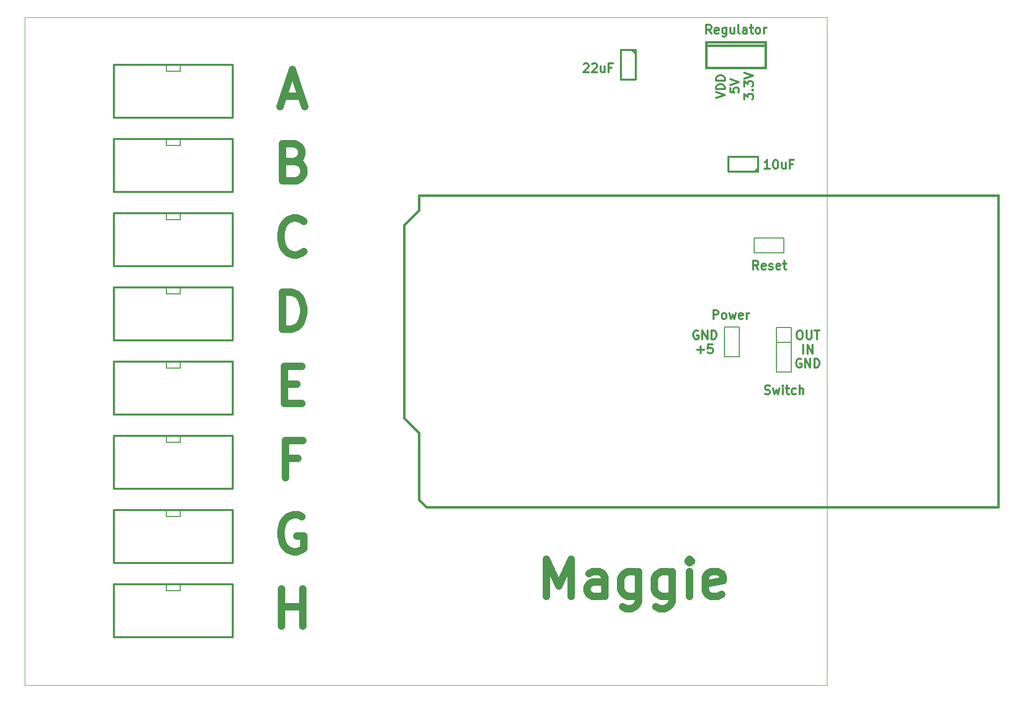
<source format=gto>
G04 (created by PCBNEW (2013-07-07 BZR 4022)-stable) date 9/29/2015 7:05:24 PM*
%MOIN*%
G04 Gerber Fmt 3.4, Leading zero omitted, Abs format*
%FSLAX34Y34*%
G01*
G70*
G90*
G04 APERTURE LIST*
%ADD10C,0.00590551*%
%ADD11C,0.05*%
%ADD12C,0.011811*%
%ADD13C,0.00393701*%
%ADD14C,0.015*%
%ADD15C,0.006*%
%ADD16C,0.012*%
G04 APERTURE END LIST*
G54D10*
G54D11*
X75107Y-74011D02*
X75107Y-71511D01*
X75940Y-73297D01*
X76773Y-71511D01*
X76773Y-74011D01*
X79035Y-74011D02*
X79035Y-72702D01*
X78916Y-72464D01*
X78678Y-72345D01*
X78202Y-72345D01*
X77964Y-72464D01*
X79035Y-73892D02*
X78797Y-74011D01*
X78202Y-74011D01*
X77964Y-73892D01*
X77845Y-73654D01*
X77845Y-73416D01*
X77964Y-73178D01*
X78202Y-73059D01*
X78797Y-73059D01*
X79035Y-72940D01*
X81297Y-72345D02*
X81297Y-74369D01*
X81178Y-74607D01*
X81059Y-74726D01*
X80821Y-74845D01*
X80464Y-74845D01*
X80226Y-74726D01*
X81297Y-73892D02*
X81059Y-74011D01*
X80583Y-74011D01*
X80345Y-73892D01*
X80226Y-73773D01*
X80107Y-73535D01*
X80107Y-72821D01*
X80226Y-72583D01*
X80345Y-72464D01*
X80583Y-72345D01*
X81059Y-72345D01*
X81297Y-72464D01*
X83559Y-72345D02*
X83559Y-74369D01*
X83440Y-74607D01*
X83321Y-74726D01*
X83083Y-74845D01*
X82726Y-74845D01*
X82488Y-74726D01*
X83559Y-73892D02*
X83321Y-74011D01*
X82845Y-74011D01*
X82607Y-73892D01*
X82488Y-73773D01*
X82369Y-73535D01*
X82369Y-72821D01*
X82488Y-72583D01*
X82607Y-72464D01*
X82845Y-72345D01*
X83321Y-72345D01*
X83559Y-72464D01*
X84750Y-74011D02*
X84750Y-72345D01*
X84750Y-71511D02*
X84630Y-71630D01*
X84750Y-71750D01*
X84869Y-71630D01*
X84750Y-71511D01*
X84750Y-71750D01*
X86892Y-73892D02*
X86654Y-74011D01*
X86178Y-74011D01*
X85940Y-73892D01*
X85821Y-73654D01*
X85821Y-72702D01*
X85940Y-72464D01*
X86178Y-72345D01*
X86654Y-72345D01*
X86892Y-72464D01*
X87011Y-72702D01*
X87011Y-72940D01*
X85821Y-73178D01*
X57285Y-76011D02*
X57285Y-73511D01*
X57285Y-74702D02*
X58714Y-74702D01*
X58714Y-76011D02*
X58714Y-73511D01*
X58654Y-68630D02*
X58416Y-68511D01*
X58059Y-68511D01*
X57702Y-68630D01*
X57464Y-68869D01*
X57345Y-69107D01*
X57226Y-69583D01*
X57226Y-69940D01*
X57345Y-70416D01*
X57464Y-70654D01*
X57702Y-70892D01*
X58059Y-71011D01*
X58297Y-71011D01*
X58654Y-70892D01*
X58773Y-70773D01*
X58773Y-69940D01*
X58297Y-69940D01*
X58357Y-64702D02*
X57523Y-64702D01*
X57523Y-66011D02*
X57523Y-63511D01*
X58714Y-63511D01*
X57464Y-59702D02*
X58297Y-59702D01*
X58654Y-61011D02*
X57464Y-61011D01*
X57464Y-58511D01*
X58654Y-58511D01*
X57345Y-56011D02*
X57345Y-53511D01*
X57940Y-53511D01*
X58297Y-53630D01*
X58535Y-53869D01*
X58654Y-54107D01*
X58773Y-54583D01*
X58773Y-54940D01*
X58654Y-55416D01*
X58535Y-55654D01*
X58297Y-55892D01*
X57940Y-56011D01*
X57345Y-56011D01*
X58773Y-50773D02*
X58654Y-50892D01*
X58297Y-51011D01*
X58059Y-51011D01*
X57702Y-50892D01*
X57464Y-50654D01*
X57345Y-50416D01*
X57226Y-49940D01*
X57226Y-49583D01*
X57345Y-49107D01*
X57464Y-48869D01*
X57702Y-48630D01*
X58059Y-48511D01*
X58297Y-48511D01*
X58654Y-48630D01*
X58773Y-48750D01*
X58178Y-44702D02*
X58535Y-44821D01*
X58654Y-44940D01*
X58773Y-45178D01*
X58773Y-45535D01*
X58654Y-45773D01*
X58535Y-45892D01*
X58297Y-46011D01*
X57345Y-46011D01*
X57345Y-43511D01*
X58178Y-43511D01*
X58416Y-43630D01*
X58535Y-43750D01*
X58654Y-43988D01*
X58654Y-44226D01*
X58535Y-44464D01*
X58416Y-44583D01*
X58178Y-44702D01*
X57345Y-44702D01*
X57404Y-40297D02*
X58595Y-40297D01*
X57166Y-41011D02*
X58000Y-38511D01*
X58833Y-41011D01*
G54D12*
X90157Y-45209D02*
X89819Y-45209D01*
X89988Y-45209D02*
X89988Y-44618D01*
X89932Y-44702D01*
X89876Y-44759D01*
X89819Y-44787D01*
X90522Y-44618D02*
X90579Y-44618D01*
X90635Y-44646D01*
X90663Y-44674D01*
X90691Y-44730D01*
X90719Y-44843D01*
X90719Y-44984D01*
X90691Y-45096D01*
X90663Y-45152D01*
X90635Y-45180D01*
X90579Y-45209D01*
X90522Y-45209D01*
X90466Y-45180D01*
X90438Y-45152D01*
X90410Y-45096D01*
X90382Y-44984D01*
X90382Y-44843D01*
X90410Y-44730D01*
X90438Y-44674D01*
X90466Y-44646D01*
X90522Y-44618D01*
X91225Y-44815D02*
X91225Y-45209D01*
X90972Y-44815D02*
X90972Y-45124D01*
X91000Y-45180D01*
X91057Y-45209D01*
X91141Y-45209D01*
X91197Y-45180D01*
X91225Y-45152D01*
X91703Y-44899D02*
X91507Y-44899D01*
X91507Y-45209D02*
X91507Y-44618D01*
X91788Y-44618D01*
X77629Y-38174D02*
X77657Y-38146D01*
X77714Y-38118D01*
X77854Y-38118D01*
X77911Y-38146D01*
X77939Y-38174D01*
X77967Y-38230D01*
X77967Y-38287D01*
X77939Y-38371D01*
X77601Y-38709D01*
X77967Y-38709D01*
X78192Y-38174D02*
X78220Y-38146D01*
X78276Y-38118D01*
X78417Y-38118D01*
X78473Y-38146D01*
X78501Y-38174D01*
X78529Y-38230D01*
X78529Y-38287D01*
X78501Y-38371D01*
X78164Y-38709D01*
X78529Y-38709D01*
X79035Y-38315D02*
X79035Y-38709D01*
X78782Y-38315D02*
X78782Y-38624D01*
X78810Y-38680D01*
X78867Y-38709D01*
X78951Y-38709D01*
X79007Y-38680D01*
X79035Y-38652D01*
X79513Y-38399D02*
X79317Y-38399D01*
X79317Y-38709D02*
X79317Y-38118D01*
X79598Y-38118D01*
X86224Y-36119D02*
X86028Y-35837D01*
X85887Y-36119D02*
X85887Y-35528D01*
X86112Y-35528D01*
X86168Y-35556D01*
X86196Y-35584D01*
X86224Y-35640D01*
X86224Y-35725D01*
X86196Y-35781D01*
X86168Y-35809D01*
X86112Y-35837D01*
X85887Y-35837D01*
X86702Y-36090D02*
X86646Y-36119D01*
X86534Y-36119D01*
X86477Y-36090D01*
X86449Y-36034D01*
X86449Y-35809D01*
X86477Y-35753D01*
X86534Y-35725D01*
X86646Y-35725D01*
X86702Y-35753D01*
X86731Y-35809D01*
X86731Y-35865D01*
X86449Y-35922D01*
X87237Y-35725D02*
X87237Y-36203D01*
X87209Y-36259D01*
X87181Y-36287D01*
X87124Y-36315D01*
X87040Y-36315D01*
X86984Y-36287D01*
X87237Y-36090D02*
X87181Y-36119D01*
X87068Y-36119D01*
X87012Y-36090D01*
X86984Y-36062D01*
X86956Y-36006D01*
X86956Y-35837D01*
X86984Y-35781D01*
X87012Y-35753D01*
X87068Y-35725D01*
X87181Y-35725D01*
X87237Y-35753D01*
X87771Y-35725D02*
X87771Y-36119D01*
X87518Y-35725D02*
X87518Y-36034D01*
X87546Y-36090D01*
X87602Y-36119D01*
X87687Y-36119D01*
X87743Y-36090D01*
X87771Y-36062D01*
X88137Y-36119D02*
X88080Y-36090D01*
X88052Y-36034D01*
X88052Y-35528D01*
X88615Y-36119D02*
X88615Y-35809D01*
X88587Y-35753D01*
X88530Y-35725D01*
X88418Y-35725D01*
X88362Y-35753D01*
X88615Y-36090D02*
X88558Y-36119D01*
X88418Y-36119D01*
X88362Y-36090D01*
X88334Y-36034D01*
X88334Y-35978D01*
X88362Y-35922D01*
X88418Y-35894D01*
X88558Y-35894D01*
X88615Y-35865D01*
X88812Y-35725D02*
X89037Y-35725D01*
X88896Y-35528D02*
X88896Y-36034D01*
X88924Y-36090D01*
X88980Y-36119D01*
X89037Y-36119D01*
X89318Y-36119D02*
X89262Y-36090D01*
X89233Y-36062D01*
X89205Y-36006D01*
X89205Y-35837D01*
X89233Y-35781D01*
X89262Y-35753D01*
X89318Y-35725D01*
X89402Y-35725D01*
X89458Y-35753D01*
X89486Y-35781D01*
X89515Y-35837D01*
X89515Y-36006D01*
X89486Y-36062D01*
X89458Y-36090D01*
X89402Y-36119D01*
X89318Y-36119D01*
X89768Y-36119D02*
X89768Y-35725D01*
X89768Y-35837D02*
X89796Y-35781D01*
X89824Y-35753D01*
X89880Y-35725D01*
X89936Y-35725D01*
X86548Y-40447D02*
X87139Y-40250D01*
X86548Y-40053D01*
X87139Y-39856D02*
X86548Y-39856D01*
X86548Y-39716D01*
X86576Y-39631D01*
X86632Y-39575D01*
X86689Y-39547D01*
X86801Y-39519D01*
X86885Y-39519D01*
X86998Y-39547D01*
X87054Y-39575D01*
X87110Y-39631D01*
X87139Y-39716D01*
X87139Y-39856D01*
X87139Y-39266D02*
X86548Y-39266D01*
X86548Y-39125D01*
X86576Y-39041D01*
X86632Y-38985D01*
X86689Y-38956D01*
X86801Y-38928D01*
X86885Y-38928D01*
X86998Y-38956D01*
X87054Y-38985D01*
X87110Y-39041D01*
X87139Y-39125D01*
X87139Y-39266D01*
X87493Y-39772D02*
X87493Y-40053D01*
X87774Y-40081D01*
X87746Y-40053D01*
X87718Y-39997D01*
X87718Y-39856D01*
X87746Y-39800D01*
X87774Y-39772D01*
X87830Y-39744D01*
X87971Y-39744D01*
X88027Y-39772D01*
X88055Y-39800D01*
X88083Y-39856D01*
X88083Y-39997D01*
X88055Y-40053D01*
X88027Y-40081D01*
X87493Y-39575D02*
X88083Y-39378D01*
X87493Y-39181D01*
X88438Y-40531D02*
X88438Y-40166D01*
X88663Y-40363D01*
X88663Y-40278D01*
X88691Y-40222D01*
X88719Y-40194D01*
X88775Y-40166D01*
X88916Y-40166D01*
X88972Y-40194D01*
X89000Y-40222D01*
X89028Y-40278D01*
X89028Y-40447D01*
X89000Y-40503D01*
X88972Y-40531D01*
X88972Y-39913D02*
X89000Y-39884D01*
X89028Y-39913D01*
X89000Y-39941D01*
X88972Y-39913D01*
X89028Y-39913D01*
X88438Y-39688D02*
X88438Y-39322D01*
X88663Y-39519D01*
X88663Y-39435D01*
X88691Y-39378D01*
X88719Y-39350D01*
X88775Y-39322D01*
X88916Y-39322D01*
X88972Y-39350D01*
X89000Y-39378D01*
X89028Y-39435D01*
X89028Y-39603D01*
X89000Y-39660D01*
X88972Y-39688D01*
X88438Y-39153D02*
X89028Y-38956D01*
X88438Y-38760D01*
X89388Y-52009D02*
X89191Y-51727D01*
X89051Y-52009D02*
X89051Y-51418D01*
X89276Y-51418D01*
X89332Y-51446D01*
X89360Y-51474D01*
X89388Y-51530D01*
X89388Y-51615D01*
X89360Y-51671D01*
X89332Y-51699D01*
X89276Y-51727D01*
X89051Y-51727D01*
X89866Y-51980D02*
X89810Y-52009D01*
X89698Y-52009D01*
X89641Y-51980D01*
X89613Y-51924D01*
X89613Y-51699D01*
X89641Y-51643D01*
X89698Y-51615D01*
X89810Y-51615D01*
X89866Y-51643D01*
X89895Y-51699D01*
X89895Y-51755D01*
X89613Y-51812D01*
X90120Y-51980D02*
X90176Y-52009D01*
X90288Y-52009D01*
X90344Y-51980D01*
X90373Y-51924D01*
X90373Y-51896D01*
X90344Y-51840D01*
X90288Y-51812D01*
X90204Y-51812D01*
X90148Y-51784D01*
X90120Y-51727D01*
X90120Y-51699D01*
X90148Y-51643D01*
X90204Y-51615D01*
X90288Y-51615D01*
X90344Y-51643D01*
X90851Y-51980D02*
X90794Y-52009D01*
X90682Y-52009D01*
X90626Y-51980D01*
X90598Y-51924D01*
X90598Y-51699D01*
X90626Y-51643D01*
X90682Y-51615D01*
X90794Y-51615D01*
X90851Y-51643D01*
X90879Y-51699D01*
X90879Y-51755D01*
X90598Y-51812D01*
X91048Y-51615D02*
X91272Y-51615D01*
X91132Y-51418D02*
X91132Y-51924D01*
X91160Y-51980D01*
X91216Y-52009D01*
X91272Y-52009D01*
X92129Y-56128D02*
X92241Y-56128D01*
X92298Y-56156D01*
X92354Y-56212D01*
X92382Y-56325D01*
X92382Y-56522D01*
X92354Y-56634D01*
X92298Y-56690D01*
X92241Y-56719D01*
X92129Y-56719D01*
X92073Y-56690D01*
X92016Y-56634D01*
X91988Y-56522D01*
X91988Y-56325D01*
X92016Y-56212D01*
X92073Y-56156D01*
X92129Y-56128D01*
X92635Y-56128D02*
X92635Y-56606D01*
X92663Y-56662D01*
X92691Y-56690D01*
X92748Y-56719D01*
X92860Y-56719D01*
X92916Y-56690D01*
X92944Y-56662D01*
X92973Y-56606D01*
X92973Y-56128D01*
X93169Y-56128D02*
X93507Y-56128D01*
X93338Y-56719D02*
X93338Y-56128D01*
X92410Y-57663D02*
X92410Y-57073D01*
X92691Y-57663D02*
X92691Y-57073D01*
X93029Y-57663D01*
X93029Y-57073D01*
X92270Y-58046D02*
X92213Y-58018D01*
X92129Y-58018D01*
X92045Y-58046D01*
X91988Y-58102D01*
X91960Y-58158D01*
X91932Y-58271D01*
X91932Y-58355D01*
X91960Y-58468D01*
X91988Y-58524D01*
X92045Y-58580D01*
X92129Y-58608D01*
X92185Y-58608D01*
X92270Y-58580D01*
X92298Y-58552D01*
X92298Y-58355D01*
X92185Y-58355D01*
X92551Y-58608D02*
X92551Y-58018D01*
X92888Y-58608D01*
X92888Y-58018D01*
X93169Y-58608D02*
X93169Y-58018D01*
X93310Y-58018D01*
X93394Y-58046D01*
X93451Y-58102D01*
X93479Y-58158D01*
X93507Y-58271D01*
X93507Y-58355D01*
X93479Y-58468D01*
X93451Y-58524D01*
X93394Y-58580D01*
X93310Y-58608D01*
X93169Y-58608D01*
X89832Y-60380D02*
X89916Y-60409D01*
X90057Y-60409D01*
X90113Y-60380D01*
X90141Y-60352D01*
X90169Y-60296D01*
X90169Y-60240D01*
X90141Y-60184D01*
X90113Y-60155D01*
X90057Y-60127D01*
X89944Y-60099D01*
X89888Y-60071D01*
X89860Y-60043D01*
X89832Y-59987D01*
X89832Y-59930D01*
X89860Y-59874D01*
X89888Y-59846D01*
X89944Y-59818D01*
X90085Y-59818D01*
X90169Y-59846D01*
X90366Y-60015D02*
X90479Y-60409D01*
X90591Y-60127D01*
X90704Y-60409D01*
X90816Y-60015D01*
X91041Y-60409D02*
X91041Y-60015D01*
X91041Y-59818D02*
X91013Y-59846D01*
X91041Y-59874D01*
X91069Y-59846D01*
X91041Y-59818D01*
X91041Y-59874D01*
X91238Y-60015D02*
X91463Y-60015D01*
X91322Y-59818D02*
X91322Y-60324D01*
X91350Y-60380D01*
X91407Y-60409D01*
X91463Y-60409D01*
X91913Y-60380D02*
X91857Y-60409D01*
X91744Y-60409D01*
X91688Y-60380D01*
X91660Y-60352D01*
X91632Y-60296D01*
X91632Y-60127D01*
X91660Y-60071D01*
X91688Y-60043D01*
X91744Y-60015D01*
X91857Y-60015D01*
X91913Y-60043D01*
X92166Y-60409D02*
X92166Y-59818D01*
X92419Y-60409D02*
X92419Y-60099D01*
X92391Y-60043D01*
X92335Y-60015D01*
X92250Y-60015D01*
X92194Y-60043D01*
X92166Y-60071D01*
X85340Y-56136D02*
X85283Y-56108D01*
X85199Y-56108D01*
X85115Y-56136D01*
X85058Y-56192D01*
X85030Y-56249D01*
X85002Y-56361D01*
X85002Y-56445D01*
X85030Y-56558D01*
X85058Y-56614D01*
X85115Y-56670D01*
X85199Y-56699D01*
X85255Y-56699D01*
X85340Y-56670D01*
X85368Y-56642D01*
X85368Y-56445D01*
X85255Y-56445D01*
X85621Y-56699D02*
X85621Y-56108D01*
X85958Y-56699D01*
X85958Y-56108D01*
X86239Y-56699D02*
X86239Y-56108D01*
X86380Y-56108D01*
X86464Y-56136D01*
X86521Y-56192D01*
X86549Y-56249D01*
X86577Y-56361D01*
X86577Y-56445D01*
X86549Y-56558D01*
X86521Y-56614D01*
X86464Y-56670D01*
X86380Y-56699D01*
X86239Y-56699D01*
X85283Y-57418D02*
X85733Y-57418D01*
X85508Y-57643D02*
X85508Y-57193D01*
X86296Y-57053D02*
X86014Y-57053D01*
X85986Y-57334D01*
X86014Y-57306D01*
X86071Y-57278D01*
X86211Y-57278D01*
X86268Y-57306D01*
X86296Y-57334D01*
X86324Y-57390D01*
X86324Y-57531D01*
X86296Y-57587D01*
X86268Y-57615D01*
X86211Y-57643D01*
X86071Y-57643D01*
X86014Y-57615D01*
X85986Y-57587D01*
X86362Y-55339D02*
X86362Y-54748D01*
X86587Y-54748D01*
X86644Y-54776D01*
X86672Y-54804D01*
X86700Y-54860D01*
X86700Y-54945D01*
X86672Y-55001D01*
X86644Y-55029D01*
X86587Y-55057D01*
X86362Y-55057D01*
X87037Y-55339D02*
X86981Y-55310D01*
X86953Y-55282D01*
X86925Y-55226D01*
X86925Y-55057D01*
X86953Y-55001D01*
X86981Y-54973D01*
X87037Y-54945D01*
X87122Y-54945D01*
X87178Y-54973D01*
X87206Y-55001D01*
X87234Y-55057D01*
X87234Y-55226D01*
X87206Y-55282D01*
X87178Y-55310D01*
X87122Y-55339D01*
X87037Y-55339D01*
X87431Y-54945D02*
X87544Y-55339D01*
X87656Y-55057D01*
X87769Y-55339D01*
X87881Y-54945D01*
X88331Y-55310D02*
X88275Y-55339D01*
X88162Y-55339D01*
X88106Y-55310D01*
X88078Y-55254D01*
X88078Y-55029D01*
X88106Y-54973D01*
X88162Y-54945D01*
X88275Y-54945D01*
X88331Y-54973D01*
X88359Y-55029D01*
X88359Y-55085D01*
X88078Y-55142D01*
X88612Y-55339D02*
X88612Y-54945D01*
X88612Y-55057D02*
X88640Y-55001D01*
X88668Y-54973D01*
X88725Y-54945D01*
X88781Y-54945D01*
G54D13*
X40000Y-35000D02*
X43000Y-35000D01*
X40000Y-80000D02*
X40000Y-35000D01*
X94000Y-80000D02*
X40000Y-80000D01*
X94000Y-35000D02*
X94000Y-80000D01*
X42000Y-35000D02*
X94000Y-35000D01*
G54D14*
X66551Y-47007D02*
X105551Y-47007D01*
X67051Y-68007D02*
X105551Y-68007D01*
X66551Y-63007D02*
X66551Y-67507D01*
X66551Y-67507D02*
X67051Y-68007D01*
X105551Y-47007D02*
X105551Y-68007D01*
X66551Y-63007D02*
X65551Y-62007D01*
X65551Y-62007D02*
X65551Y-49007D01*
X65551Y-49007D02*
X66551Y-48007D01*
X66551Y-48007D02*
X66551Y-47007D01*
X85874Y-36927D02*
X85874Y-36677D01*
X85874Y-36677D02*
X89874Y-36677D01*
X89874Y-36677D02*
X89874Y-36927D01*
X85874Y-38427D02*
X85874Y-36927D01*
X85874Y-36927D02*
X89874Y-36927D01*
X89874Y-36927D02*
X89874Y-38427D01*
X89874Y-38427D02*
X85874Y-38427D01*
G54D10*
X49527Y-38267D02*
X49527Y-38661D01*
X49527Y-38661D02*
X50472Y-38661D01*
X50472Y-38661D02*
X50472Y-38267D01*
G54D12*
X46000Y-38228D02*
X46000Y-41771D01*
X54000Y-38228D02*
X54000Y-41771D01*
X46000Y-38228D02*
X54000Y-38228D01*
X46000Y-41771D02*
X54000Y-41771D01*
G54D10*
X49527Y-58267D02*
X49527Y-58661D01*
X49527Y-58661D02*
X50472Y-58661D01*
X50472Y-58661D02*
X50472Y-58267D01*
G54D12*
X46000Y-58228D02*
X46000Y-61771D01*
X54000Y-58228D02*
X54000Y-61771D01*
X46000Y-58228D02*
X54000Y-58228D01*
X46000Y-61771D02*
X54000Y-61771D01*
G54D10*
X49527Y-43267D02*
X49527Y-43661D01*
X49527Y-43661D02*
X50472Y-43661D01*
X50472Y-43661D02*
X50472Y-43267D01*
G54D12*
X46000Y-43228D02*
X46000Y-46771D01*
X54000Y-43228D02*
X54000Y-46771D01*
X46000Y-43228D02*
X54000Y-43228D01*
X46000Y-46771D02*
X54000Y-46771D01*
G54D10*
X49527Y-63267D02*
X49527Y-63661D01*
X49527Y-63661D02*
X50472Y-63661D01*
X50472Y-63661D02*
X50472Y-63267D01*
G54D12*
X46000Y-63228D02*
X46000Y-66771D01*
X54000Y-63228D02*
X54000Y-66771D01*
X46000Y-63228D02*
X54000Y-63228D01*
X46000Y-66771D02*
X54000Y-66771D01*
G54D10*
X49527Y-48267D02*
X49527Y-48661D01*
X49527Y-48661D02*
X50472Y-48661D01*
X50472Y-48661D02*
X50472Y-48267D01*
G54D12*
X46000Y-48228D02*
X46000Y-51771D01*
X54000Y-48228D02*
X54000Y-51771D01*
X46000Y-48228D02*
X54000Y-48228D01*
X46000Y-51771D02*
X54000Y-51771D01*
G54D10*
X49527Y-68267D02*
X49527Y-68661D01*
X49527Y-68661D02*
X50472Y-68661D01*
X50472Y-68661D02*
X50472Y-68267D01*
G54D12*
X46000Y-68228D02*
X46000Y-71771D01*
X54000Y-68228D02*
X54000Y-71771D01*
X46000Y-68228D02*
X54000Y-68228D01*
X46000Y-71771D02*
X54000Y-71771D01*
G54D10*
X49527Y-53267D02*
X49527Y-53661D01*
X49527Y-53661D02*
X50472Y-53661D01*
X50472Y-53661D02*
X50472Y-53267D01*
G54D12*
X46000Y-53228D02*
X46000Y-56771D01*
X54000Y-53228D02*
X54000Y-56771D01*
X46000Y-53228D02*
X54000Y-53228D01*
X46000Y-56771D02*
X54000Y-56771D01*
G54D10*
X49527Y-73267D02*
X49527Y-73661D01*
X49527Y-73661D02*
X50472Y-73661D01*
X50472Y-73661D02*
X50472Y-73267D01*
G54D12*
X46000Y-73228D02*
X46000Y-76771D01*
X54000Y-73228D02*
X54000Y-76771D01*
X46000Y-73228D02*
X54000Y-73228D01*
X46000Y-76771D02*
X54000Y-76771D01*
G54D15*
X90602Y-55901D02*
X91602Y-55901D01*
X91602Y-55901D02*
X91602Y-58901D01*
X91602Y-58901D02*
X90602Y-58901D01*
X90602Y-58901D02*
X90602Y-55901D01*
X91602Y-56901D02*
X90602Y-56901D01*
X88098Y-57889D02*
X87098Y-57889D01*
X87098Y-57889D02*
X87098Y-55889D01*
X87098Y-55889D02*
X88098Y-55889D01*
X88098Y-55889D02*
X88098Y-57889D01*
X91118Y-49893D02*
X91118Y-50893D01*
X91118Y-50893D02*
X89118Y-50893D01*
X89118Y-50893D02*
X89118Y-49893D01*
X89118Y-49893D02*
X91118Y-49893D01*
G54D16*
X89365Y-45421D02*
X87385Y-45421D01*
X87385Y-45421D02*
X87385Y-44421D01*
X87385Y-44421D02*
X89385Y-44421D01*
X89385Y-44421D02*
X89385Y-45421D01*
X89385Y-45171D02*
X89135Y-45421D01*
X81129Y-37248D02*
X81129Y-39228D01*
X81129Y-39228D02*
X80129Y-39228D01*
X80129Y-39228D02*
X80129Y-37228D01*
X80129Y-37228D02*
X81129Y-37228D01*
X80879Y-37228D02*
X81129Y-37478D01*
M02*

</source>
